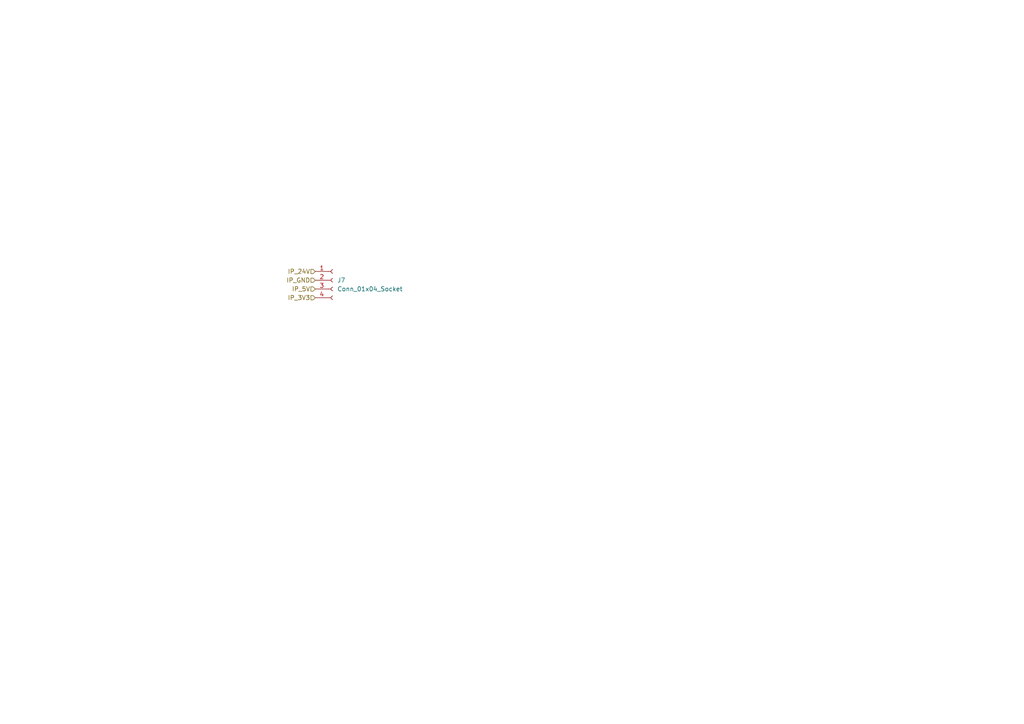
<source format=kicad_sch>
(kicad_sch (version 20250114) (generator "eeschema") (generator_version "9.0")
  (paper "A4")
  (lib_symbols
    (symbol "Connector:Conn_01x04_Socket" (pin_names (offset 1.016) (hide yes))
      (property "Reference" "J" (at 0 5.08 0))
      (property "Value" "Conn_01x04_Socket" (at 0 -7.62 0))
      (symbol "Conn_01x04_Socket_1_1"
        (polyline (pts (xy -1.27 2.54) (xy -0.508 2.54)) (stroke (width 0.1524)))
        (polyline (pts (xy -1.27 0) (xy -0.508 0)) (stroke (width 0.1524)))
        (polyline (pts (xy -1.27 -2.54) (xy -0.508 -2.54)) (stroke (width 0.1524)))
        (polyline (pts (xy -1.27 -5.08) (xy -0.508 -5.08)) (stroke (width 0.1524)))
        (arc (start 0 2.032) (mid -0.5058 2.54) (end 0 3.048) (stroke (width 0.1524)))
        (arc (start 0 -0.508) (mid -0.5058 0) (end 0 0.508) (stroke (width 0.1524)))
        (arc (start 0 -3.048) (mid -0.5058 -2.54) (end 0 -2.032) (stroke (width 0.1524)))
        (arc (start 0 -5.588) (mid -0.5058 -5.08) (end 0 -4.572) (stroke (width 0.1524)))
        (pin passive line (at -5.08 2.54 0) (length 3.81) (name "Pin_1") (number "1"))
        (pin passive line (at -5.08 0 0) (length 3.81) (name "Pin_2") (number "2"))
        (pin passive line (at -5.08 -2.54 0) (length 3.81) (name "Pin_3") (number "3"))
        (pin passive line (at -5.08 -5.08 0) (length 3.81) (name "Pin_4") (number "4"))
      )
    )
  )
  (hierarchical_label "IP_GND" (shape input) (at 91.44 81.28 180))
  (hierarchical_label "IP_5V" (shape input) (at 91.44 83.82 180))
  (hierarchical_label "IP_3V3" (shape input) (at 91.44 86.36 180))
  (hierarchical_label "IP_24V" (shape input) (at 91.44 78.74 180))
  (symbol (lib_id "Connector:Conn_01x04_Socket") (at 96.52 81.28 0) (unit 1)
    (property "Reference" "J7" (at 97.79 81.2799 0) (effects (justify left)))
    (property "Value" "Conn_01x04_Socket" (at 97.79 83.8199 0) (effects (justify left)))
    (property "Description" "Generic connector, single row, 01x04, script generated" (effects (hide yes)))
  )
)
</source>
